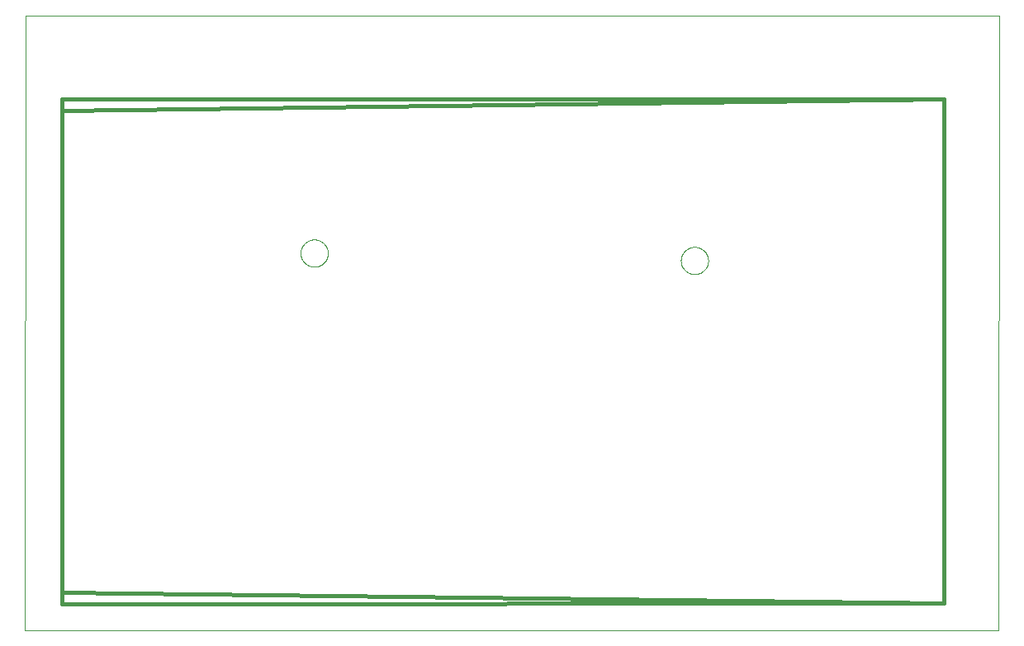
<source format=gko>
G75*
%MOIN*%
%OFA0B0*%
%FSLAX25Y25*%
%IPPOS*%
%LPD*%
%AMOC8*
5,1,8,0,0,1.08239X$1,22.5*
%
%ADD10C,0.00000*%
%ADD11C,0.01600*%
D10*
X0001000Y0001000D02*
X0001500Y0249501D01*
X0394621Y0249501D01*
X0394121Y0001000D01*
X0001000Y0001000D01*
X0112488Y0153500D02*
X0112490Y0153648D01*
X0112496Y0153796D01*
X0112506Y0153944D01*
X0112520Y0154091D01*
X0112538Y0154238D01*
X0112559Y0154384D01*
X0112585Y0154530D01*
X0112615Y0154675D01*
X0112648Y0154819D01*
X0112686Y0154962D01*
X0112727Y0155104D01*
X0112772Y0155245D01*
X0112820Y0155385D01*
X0112873Y0155524D01*
X0112929Y0155661D01*
X0112989Y0155796D01*
X0113052Y0155930D01*
X0113119Y0156062D01*
X0113190Y0156192D01*
X0113264Y0156320D01*
X0113341Y0156446D01*
X0113422Y0156570D01*
X0113506Y0156692D01*
X0113593Y0156811D01*
X0113684Y0156928D01*
X0113778Y0157043D01*
X0113874Y0157155D01*
X0113974Y0157265D01*
X0114076Y0157371D01*
X0114182Y0157475D01*
X0114290Y0157576D01*
X0114401Y0157674D01*
X0114514Y0157770D01*
X0114630Y0157862D01*
X0114748Y0157951D01*
X0114869Y0158036D01*
X0114992Y0158119D01*
X0115117Y0158198D01*
X0115244Y0158274D01*
X0115373Y0158346D01*
X0115504Y0158415D01*
X0115637Y0158480D01*
X0115772Y0158541D01*
X0115908Y0158599D01*
X0116045Y0158654D01*
X0116184Y0158704D01*
X0116325Y0158751D01*
X0116466Y0158794D01*
X0116609Y0158834D01*
X0116753Y0158869D01*
X0116897Y0158901D01*
X0117043Y0158928D01*
X0117189Y0158952D01*
X0117336Y0158972D01*
X0117483Y0158988D01*
X0117630Y0159000D01*
X0117778Y0159008D01*
X0117926Y0159012D01*
X0118074Y0159012D01*
X0118222Y0159008D01*
X0118370Y0159000D01*
X0118517Y0158988D01*
X0118664Y0158972D01*
X0118811Y0158952D01*
X0118957Y0158928D01*
X0119103Y0158901D01*
X0119247Y0158869D01*
X0119391Y0158834D01*
X0119534Y0158794D01*
X0119675Y0158751D01*
X0119816Y0158704D01*
X0119955Y0158654D01*
X0120092Y0158599D01*
X0120228Y0158541D01*
X0120363Y0158480D01*
X0120496Y0158415D01*
X0120627Y0158346D01*
X0120756Y0158274D01*
X0120883Y0158198D01*
X0121008Y0158119D01*
X0121131Y0158036D01*
X0121252Y0157951D01*
X0121370Y0157862D01*
X0121486Y0157770D01*
X0121599Y0157674D01*
X0121710Y0157576D01*
X0121818Y0157475D01*
X0121924Y0157371D01*
X0122026Y0157265D01*
X0122126Y0157155D01*
X0122222Y0157043D01*
X0122316Y0156928D01*
X0122407Y0156811D01*
X0122494Y0156692D01*
X0122578Y0156570D01*
X0122659Y0156446D01*
X0122736Y0156320D01*
X0122810Y0156192D01*
X0122881Y0156062D01*
X0122948Y0155930D01*
X0123011Y0155796D01*
X0123071Y0155661D01*
X0123127Y0155524D01*
X0123180Y0155385D01*
X0123228Y0155245D01*
X0123273Y0155104D01*
X0123314Y0154962D01*
X0123352Y0154819D01*
X0123385Y0154675D01*
X0123415Y0154530D01*
X0123441Y0154384D01*
X0123462Y0154238D01*
X0123480Y0154091D01*
X0123494Y0153944D01*
X0123504Y0153796D01*
X0123510Y0153648D01*
X0123512Y0153500D01*
X0123510Y0153352D01*
X0123504Y0153204D01*
X0123494Y0153056D01*
X0123480Y0152909D01*
X0123462Y0152762D01*
X0123441Y0152616D01*
X0123415Y0152470D01*
X0123385Y0152325D01*
X0123352Y0152181D01*
X0123314Y0152038D01*
X0123273Y0151896D01*
X0123228Y0151755D01*
X0123180Y0151615D01*
X0123127Y0151476D01*
X0123071Y0151339D01*
X0123011Y0151204D01*
X0122948Y0151070D01*
X0122881Y0150938D01*
X0122810Y0150808D01*
X0122736Y0150680D01*
X0122659Y0150554D01*
X0122578Y0150430D01*
X0122494Y0150308D01*
X0122407Y0150189D01*
X0122316Y0150072D01*
X0122222Y0149957D01*
X0122126Y0149845D01*
X0122026Y0149735D01*
X0121924Y0149629D01*
X0121818Y0149525D01*
X0121710Y0149424D01*
X0121599Y0149326D01*
X0121486Y0149230D01*
X0121370Y0149138D01*
X0121252Y0149049D01*
X0121131Y0148964D01*
X0121008Y0148881D01*
X0120883Y0148802D01*
X0120756Y0148726D01*
X0120627Y0148654D01*
X0120496Y0148585D01*
X0120363Y0148520D01*
X0120228Y0148459D01*
X0120092Y0148401D01*
X0119955Y0148346D01*
X0119816Y0148296D01*
X0119675Y0148249D01*
X0119534Y0148206D01*
X0119391Y0148166D01*
X0119247Y0148131D01*
X0119103Y0148099D01*
X0118957Y0148072D01*
X0118811Y0148048D01*
X0118664Y0148028D01*
X0118517Y0148012D01*
X0118370Y0148000D01*
X0118222Y0147992D01*
X0118074Y0147988D01*
X0117926Y0147988D01*
X0117778Y0147992D01*
X0117630Y0148000D01*
X0117483Y0148012D01*
X0117336Y0148028D01*
X0117189Y0148048D01*
X0117043Y0148072D01*
X0116897Y0148099D01*
X0116753Y0148131D01*
X0116609Y0148166D01*
X0116466Y0148206D01*
X0116325Y0148249D01*
X0116184Y0148296D01*
X0116045Y0148346D01*
X0115908Y0148401D01*
X0115772Y0148459D01*
X0115637Y0148520D01*
X0115504Y0148585D01*
X0115373Y0148654D01*
X0115244Y0148726D01*
X0115117Y0148802D01*
X0114992Y0148881D01*
X0114869Y0148964D01*
X0114748Y0149049D01*
X0114630Y0149138D01*
X0114514Y0149230D01*
X0114401Y0149326D01*
X0114290Y0149424D01*
X0114182Y0149525D01*
X0114076Y0149629D01*
X0113974Y0149735D01*
X0113874Y0149845D01*
X0113778Y0149957D01*
X0113684Y0150072D01*
X0113593Y0150189D01*
X0113506Y0150308D01*
X0113422Y0150430D01*
X0113341Y0150554D01*
X0113264Y0150680D01*
X0113190Y0150808D01*
X0113119Y0150938D01*
X0113052Y0151070D01*
X0112989Y0151204D01*
X0112929Y0151339D01*
X0112873Y0151476D01*
X0112820Y0151615D01*
X0112772Y0151755D01*
X0112727Y0151896D01*
X0112686Y0152038D01*
X0112648Y0152181D01*
X0112615Y0152325D01*
X0112585Y0152470D01*
X0112559Y0152616D01*
X0112538Y0152762D01*
X0112520Y0152909D01*
X0112506Y0153056D01*
X0112496Y0153204D01*
X0112490Y0153352D01*
X0112488Y0153500D01*
X0265988Y0150500D02*
X0265990Y0150648D01*
X0265996Y0150796D01*
X0266006Y0150944D01*
X0266020Y0151091D01*
X0266038Y0151238D01*
X0266059Y0151384D01*
X0266085Y0151530D01*
X0266115Y0151675D01*
X0266148Y0151819D01*
X0266186Y0151962D01*
X0266227Y0152104D01*
X0266272Y0152245D01*
X0266320Y0152385D01*
X0266373Y0152524D01*
X0266429Y0152661D01*
X0266489Y0152796D01*
X0266552Y0152930D01*
X0266619Y0153062D01*
X0266690Y0153192D01*
X0266764Y0153320D01*
X0266841Y0153446D01*
X0266922Y0153570D01*
X0267006Y0153692D01*
X0267093Y0153811D01*
X0267184Y0153928D01*
X0267278Y0154043D01*
X0267374Y0154155D01*
X0267474Y0154265D01*
X0267576Y0154371D01*
X0267682Y0154475D01*
X0267790Y0154576D01*
X0267901Y0154674D01*
X0268014Y0154770D01*
X0268130Y0154862D01*
X0268248Y0154951D01*
X0268369Y0155036D01*
X0268492Y0155119D01*
X0268617Y0155198D01*
X0268744Y0155274D01*
X0268873Y0155346D01*
X0269004Y0155415D01*
X0269137Y0155480D01*
X0269272Y0155541D01*
X0269408Y0155599D01*
X0269545Y0155654D01*
X0269684Y0155704D01*
X0269825Y0155751D01*
X0269966Y0155794D01*
X0270109Y0155834D01*
X0270253Y0155869D01*
X0270397Y0155901D01*
X0270543Y0155928D01*
X0270689Y0155952D01*
X0270836Y0155972D01*
X0270983Y0155988D01*
X0271130Y0156000D01*
X0271278Y0156008D01*
X0271426Y0156012D01*
X0271574Y0156012D01*
X0271722Y0156008D01*
X0271870Y0156000D01*
X0272017Y0155988D01*
X0272164Y0155972D01*
X0272311Y0155952D01*
X0272457Y0155928D01*
X0272603Y0155901D01*
X0272747Y0155869D01*
X0272891Y0155834D01*
X0273034Y0155794D01*
X0273175Y0155751D01*
X0273316Y0155704D01*
X0273455Y0155654D01*
X0273592Y0155599D01*
X0273728Y0155541D01*
X0273863Y0155480D01*
X0273996Y0155415D01*
X0274127Y0155346D01*
X0274256Y0155274D01*
X0274383Y0155198D01*
X0274508Y0155119D01*
X0274631Y0155036D01*
X0274752Y0154951D01*
X0274870Y0154862D01*
X0274986Y0154770D01*
X0275099Y0154674D01*
X0275210Y0154576D01*
X0275318Y0154475D01*
X0275424Y0154371D01*
X0275526Y0154265D01*
X0275626Y0154155D01*
X0275722Y0154043D01*
X0275816Y0153928D01*
X0275907Y0153811D01*
X0275994Y0153692D01*
X0276078Y0153570D01*
X0276159Y0153446D01*
X0276236Y0153320D01*
X0276310Y0153192D01*
X0276381Y0153062D01*
X0276448Y0152930D01*
X0276511Y0152796D01*
X0276571Y0152661D01*
X0276627Y0152524D01*
X0276680Y0152385D01*
X0276728Y0152245D01*
X0276773Y0152104D01*
X0276814Y0151962D01*
X0276852Y0151819D01*
X0276885Y0151675D01*
X0276915Y0151530D01*
X0276941Y0151384D01*
X0276962Y0151238D01*
X0276980Y0151091D01*
X0276994Y0150944D01*
X0277004Y0150796D01*
X0277010Y0150648D01*
X0277012Y0150500D01*
X0277010Y0150352D01*
X0277004Y0150204D01*
X0276994Y0150056D01*
X0276980Y0149909D01*
X0276962Y0149762D01*
X0276941Y0149616D01*
X0276915Y0149470D01*
X0276885Y0149325D01*
X0276852Y0149181D01*
X0276814Y0149038D01*
X0276773Y0148896D01*
X0276728Y0148755D01*
X0276680Y0148615D01*
X0276627Y0148476D01*
X0276571Y0148339D01*
X0276511Y0148204D01*
X0276448Y0148070D01*
X0276381Y0147938D01*
X0276310Y0147808D01*
X0276236Y0147680D01*
X0276159Y0147554D01*
X0276078Y0147430D01*
X0275994Y0147308D01*
X0275907Y0147189D01*
X0275816Y0147072D01*
X0275722Y0146957D01*
X0275626Y0146845D01*
X0275526Y0146735D01*
X0275424Y0146629D01*
X0275318Y0146525D01*
X0275210Y0146424D01*
X0275099Y0146326D01*
X0274986Y0146230D01*
X0274870Y0146138D01*
X0274752Y0146049D01*
X0274631Y0145964D01*
X0274508Y0145881D01*
X0274383Y0145802D01*
X0274256Y0145726D01*
X0274127Y0145654D01*
X0273996Y0145585D01*
X0273863Y0145520D01*
X0273728Y0145459D01*
X0273592Y0145401D01*
X0273455Y0145346D01*
X0273316Y0145296D01*
X0273175Y0145249D01*
X0273034Y0145206D01*
X0272891Y0145166D01*
X0272747Y0145131D01*
X0272603Y0145099D01*
X0272457Y0145072D01*
X0272311Y0145048D01*
X0272164Y0145028D01*
X0272017Y0145012D01*
X0271870Y0145000D01*
X0271722Y0144992D01*
X0271574Y0144988D01*
X0271426Y0144988D01*
X0271278Y0144992D01*
X0271130Y0145000D01*
X0270983Y0145012D01*
X0270836Y0145028D01*
X0270689Y0145048D01*
X0270543Y0145072D01*
X0270397Y0145099D01*
X0270253Y0145131D01*
X0270109Y0145166D01*
X0269966Y0145206D01*
X0269825Y0145249D01*
X0269684Y0145296D01*
X0269545Y0145346D01*
X0269408Y0145401D01*
X0269272Y0145459D01*
X0269137Y0145520D01*
X0269004Y0145585D01*
X0268873Y0145654D01*
X0268744Y0145726D01*
X0268617Y0145802D01*
X0268492Y0145881D01*
X0268369Y0145964D01*
X0268248Y0146049D01*
X0268130Y0146138D01*
X0268014Y0146230D01*
X0267901Y0146326D01*
X0267790Y0146424D01*
X0267682Y0146525D01*
X0267576Y0146629D01*
X0267474Y0146735D01*
X0267374Y0146845D01*
X0267278Y0146957D01*
X0267184Y0147072D01*
X0267093Y0147189D01*
X0267006Y0147308D01*
X0266922Y0147430D01*
X0266841Y0147554D01*
X0266764Y0147680D01*
X0266690Y0147808D01*
X0266619Y0147938D01*
X0266552Y0148070D01*
X0266489Y0148204D01*
X0266429Y0148339D01*
X0266373Y0148476D01*
X0266320Y0148615D01*
X0266272Y0148755D01*
X0266227Y0148896D01*
X0266186Y0149038D01*
X0266148Y0149181D01*
X0266115Y0149325D01*
X0266085Y0149470D01*
X0266059Y0149616D01*
X0266038Y0149762D01*
X0266020Y0149909D01*
X0266006Y0150056D01*
X0265996Y0150204D01*
X0265990Y0150352D01*
X0265988Y0150500D01*
D11*
X0372200Y0215800D02*
X0016000Y0211200D01*
X0016000Y0215800D01*
X0372200Y0215800D01*
X0372250Y0215800D01*
X0372250Y0012000D01*
X0016000Y0011800D01*
X0016000Y0016500D01*
X0372300Y0012000D01*
X0016000Y0016500D02*
X0016000Y0030500D01*
X0016000Y0062000D01*
X0016000Y0211200D01*
M02*

</source>
